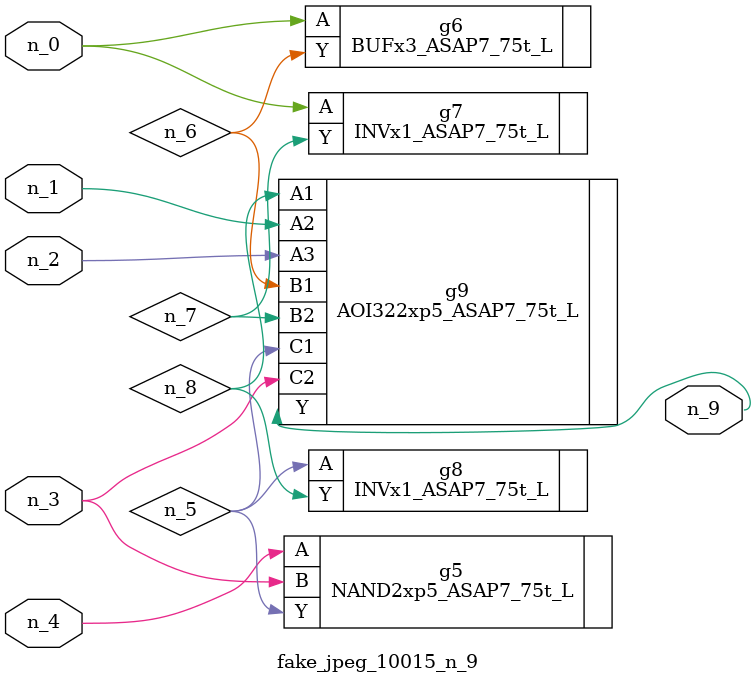
<source format=v>
module fake_jpeg_10015_n_9 (n_3, n_2, n_1, n_0, n_4, n_9);

input n_3;
input n_2;
input n_1;
input n_0;
input n_4;

output n_9;

wire n_8;
wire n_6;
wire n_5;
wire n_7;

NAND2xp5_ASAP7_75t_L g5 ( 
.A(n_4),
.B(n_3),
.Y(n_5)
);

BUFx3_ASAP7_75t_L g6 ( 
.A(n_0),
.Y(n_6)
);

INVx1_ASAP7_75t_L g7 ( 
.A(n_0),
.Y(n_7)
);

INVx1_ASAP7_75t_L g8 ( 
.A(n_5),
.Y(n_8)
);

AOI322xp5_ASAP7_75t_L g9 ( 
.A1(n_8),
.A2(n_1),
.A3(n_2),
.B1(n_6),
.B2(n_7),
.C1(n_5),
.C2(n_3),
.Y(n_9)
);


endmodule
</source>
